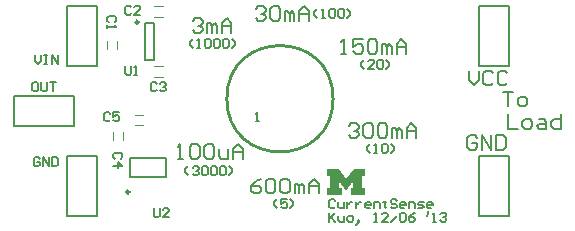
<source format=gto>
%FSLAX24Y24*%
%MOIN*%
G70*
G01*
G75*
G04 Layer_Color=65535*
%ADD10R,0.0512X0.0217*%
%ADD11R,0.0197X0.0354*%
%ADD12R,0.0354X0.0197*%
%ADD13O,0.0118X0.0650*%
%ADD14C,0.0120*%
%ADD15C,0.0150*%
%ADD16C,0.0200*%
%ADD17C,0.1102*%
%ADD18C,0.0591*%
%ADD19R,0.0591X0.0591*%
%ADD20R,0.0591X0.0591*%
%ADD21C,0.0661*%
%ADD22C,0.0400*%
%ADD23C,0.1500*%
%ADD24R,0.0551X0.0472*%
%ADD25R,0.0669X0.0433*%
%ADD26R,0.0450X0.0700*%
%ADD27R,0.1161X0.0661*%
%ADD28R,0.1161X0.3902*%
%ADD29R,0.0700X0.0450*%
%ADD30C,0.0098*%
%ADD31C,0.0100*%
%ADD32C,0.0079*%
%ADD33C,0.0039*%
%ADD34C,0.0050*%
%ADD35C,0.0080*%
G36*
X20428Y11817D02*
X20331D01*
Y11436D01*
X20428D01*
Y11183D01*
X19954D01*
Y11436D01*
X20050D01*
Y11664D01*
X19811Y11335D01*
X19795D01*
X19560Y11664D01*
Y11436D01*
X19656D01*
Y11183D01*
X19182D01*
Y11436D01*
X19275D01*
Y11817D01*
X19182D01*
Y12070D01*
X19558D01*
X19799Y11737D01*
X19811D01*
X20052Y12070D01*
X20428D01*
Y11817D01*
D02*
G37*
D30*
X12886Y16950D02*
G03*
X12886Y16950I-49J0D01*
G01*
X12580Y11293D02*
G03*
X12580Y11293I-49J0D01*
G01*
D31*
X19372Y14400D02*
G03*
X19372Y14400I-1772J0D01*
G01*
D32*
X13388Y15690D02*
Y16910D01*
X13112Y15690D02*
Y16910D01*
Y15690D02*
X13388D01*
X13112Y16910D02*
X13388D01*
X12600Y11775D02*
X13800D01*
X12600Y12425D02*
X13800D01*
X12600Y11775D02*
Y12425D01*
X13800Y11775D02*
Y12425D01*
D33*
X13412Y17133D02*
X13688D01*
X13412Y17477D02*
X13688D01*
X11833Y16062D02*
Y16338D01*
X12177Y16062D02*
Y16338D01*
X13412Y15133D02*
X13688D01*
X13412Y15477D02*
X13688D01*
X12762Y13867D02*
X13038D01*
X12762Y13523D02*
X13038D01*
X12033Y13012D02*
Y13288D01*
X12377Y13012D02*
Y13288D01*
D34*
X10500Y15500D02*
X11500D01*
X10500Y17500D02*
X11500D01*
X10500Y15500D02*
Y17500D01*
X11500Y15500D02*
Y17500D01*
X8750Y13500D02*
Y14500D01*
X10750Y13500D02*
Y14500D01*
X8750D02*
X10750D01*
X8750Y13500D02*
X10750D01*
X24250Y15500D02*
X25250D01*
X24250Y17500D02*
X25250D01*
X24250Y15500D02*
Y17500D01*
X25250Y15500D02*
Y17500D01*
X24250Y10500D02*
X25250D01*
X24250Y12500D02*
X25250D01*
X24250Y10500D02*
Y12500D01*
X25250Y10500D02*
Y12500D01*
X10500Y10500D02*
X11500D01*
X10500Y12500D02*
X11500D01*
X10500Y10500D02*
Y12500D01*
X11500Y10500D02*
Y12500D01*
X13400Y10750D02*
Y10500D01*
X13450Y10450D01*
X13550D01*
X13600Y10500D01*
Y10750D01*
X13900Y10450D02*
X13700D01*
X13900Y10650D01*
Y10700D01*
X13850Y10750D01*
X13750D01*
X13700Y10700D01*
X12450Y15500D02*
Y15250D01*
X12500Y15200D01*
X12600D01*
X12650Y15250D01*
Y15500D01*
X12750Y15200D02*
X12850D01*
X12800D01*
Y15500D01*
X12750Y15450D01*
X11950Y13900D02*
X11900Y13950D01*
X11800D01*
X11750Y13900D01*
Y13700D01*
X11800Y13650D01*
X11900D01*
X11950Y13700D01*
X12250Y13950D02*
X12050D01*
Y13800D01*
X12150Y13850D01*
X12200D01*
X12250Y13800D01*
Y13700D01*
X12200Y13650D01*
X12100D01*
X12050Y13700D01*
X12300Y12400D02*
X12350Y12450D01*
Y12550D01*
X12300Y12600D01*
X12100D01*
X12050Y12550D01*
Y12450D01*
X12100Y12400D01*
X12050Y12150D02*
X12350D01*
X12200Y12300D01*
Y12100D01*
X13500Y14900D02*
X13450Y14950D01*
X13350D01*
X13300Y14900D01*
Y14700D01*
X13350Y14650D01*
X13450D01*
X13500Y14700D01*
X13600Y14900D02*
X13650Y14950D01*
X13750D01*
X13800Y14900D01*
Y14850D01*
X13750Y14800D01*
X13700D01*
X13750D01*
X13800Y14750D01*
Y14700D01*
X13750Y14650D01*
X13650D01*
X13600Y14700D01*
X12650Y17450D02*
X12600Y17500D01*
X12500D01*
X12450Y17450D01*
Y17250D01*
X12500Y17200D01*
X12600D01*
X12650Y17250D01*
X12950Y17200D02*
X12750D01*
X12950Y17400D01*
Y17450D01*
X12900Y17500D01*
X12800D01*
X12750Y17450D01*
X12100Y16950D02*
X12150Y17000D01*
Y17100D01*
X12100Y17150D01*
X11900D01*
X11850Y17100D01*
Y17000D01*
X11900Y16950D01*
X11850Y16850D02*
Y16750D01*
Y16800D01*
X12150D01*
X12100Y16850D01*
X9450Y15850D02*
Y15650D01*
X9550Y15550D01*
X9650Y15650D01*
Y15850D01*
X9750D02*
X9850D01*
X9800D01*
Y15550D01*
X9750D01*
X9850D01*
X10000D02*
Y15850D01*
X10200Y15550D01*
Y15850D01*
X9600Y12400D02*
X9550Y12450D01*
X9450D01*
X9400Y12400D01*
Y12200D01*
X9450Y12150D01*
X9550D01*
X9600Y12200D01*
Y12300D01*
X9500D01*
X9700Y12150D02*
Y12450D01*
X9900Y12150D01*
Y12450D01*
X10000D02*
Y12150D01*
X10150D01*
X10200Y12200D01*
Y12400D01*
X10150Y12450D01*
X10000D01*
X9500Y14950D02*
X9400D01*
X9350Y14900D01*
Y14700D01*
X9400Y14650D01*
X9500D01*
X9550Y14700D01*
Y14900D01*
X9500Y14950D01*
X9650D02*
Y14700D01*
X9700Y14650D01*
X9800D01*
X9850Y14700D01*
Y14950D01*
X9950D02*
X10150D01*
X10050D01*
Y14650D01*
X19450Y11000D02*
X19400Y11050D01*
X19300D01*
X19250Y11000D01*
Y10800D01*
X19300Y10750D01*
X19400D01*
X19450Y10800D01*
X19550Y10950D02*
Y10800D01*
X19600Y10750D01*
X19750D01*
Y10950D01*
X19850D02*
Y10750D01*
Y10850D01*
X19900Y10900D01*
X19950Y10950D01*
X20000D01*
X20150D02*
Y10750D01*
Y10850D01*
X20200Y10900D01*
X20250Y10950D01*
X20300D01*
X20600Y10750D02*
X20500D01*
X20450Y10800D01*
Y10900D01*
X20500Y10950D01*
X20600D01*
X20650Y10900D01*
Y10850D01*
X20450D01*
X20750Y10750D02*
Y10950D01*
X20899D01*
X20949Y10900D01*
Y10750D01*
X21099Y11000D02*
Y10950D01*
X21049D01*
X21149D01*
X21099D01*
Y10800D01*
X21149Y10750D01*
X21499Y11000D02*
X21449Y11050D01*
X21349D01*
X21299Y11000D01*
Y10950D01*
X21349Y10900D01*
X21449D01*
X21499Y10850D01*
Y10800D01*
X21449Y10750D01*
X21349D01*
X21299Y10800D01*
X21749Y10750D02*
X21649D01*
X21599Y10800D01*
Y10900D01*
X21649Y10950D01*
X21749D01*
X21799Y10900D01*
Y10850D01*
X21599D01*
X21899Y10750D02*
Y10950D01*
X22049D01*
X22099Y10900D01*
Y10750D01*
X22199D02*
X22349D01*
X22399Y10800D01*
X22349Y10850D01*
X22249D01*
X22199Y10900D01*
X22249Y10950D01*
X22399D01*
X22649Y10750D02*
X22549D01*
X22499Y10800D01*
Y10900D01*
X22549Y10950D01*
X22649D01*
X22699Y10900D01*
Y10850D01*
X22499D01*
X19250Y10600D02*
Y10300D01*
Y10400D01*
X19450Y10600D01*
X19300Y10450D01*
X19450Y10300D01*
X19550Y10500D02*
Y10350D01*
X19600Y10300D01*
X19750D01*
Y10500D01*
X19900Y10300D02*
X20000D01*
X20050Y10350D01*
Y10450D01*
X20000Y10500D01*
X19900D01*
X19850Y10450D01*
Y10350D01*
X19900Y10300D01*
X20200Y10250D02*
X20250Y10300D01*
Y10350D01*
X20200D01*
Y10300D01*
X20250D01*
X20200Y10250D01*
X20150Y10200D01*
X20750Y10300D02*
X20849D01*
X20800D01*
Y10600D01*
X20750Y10550D01*
X21199Y10300D02*
X20999D01*
X21199Y10500D01*
Y10550D01*
X21149Y10600D01*
X21049D01*
X20999Y10550D01*
X21299Y10300D02*
X21499Y10500D01*
X21599Y10550D02*
X21649Y10600D01*
X21749D01*
X21799Y10550D01*
Y10350D01*
X21749Y10300D01*
X21649D01*
X21599Y10350D01*
Y10550D01*
X22099Y10600D02*
X21999Y10550D01*
X21899Y10450D01*
Y10350D01*
X21949Y10300D01*
X22049D01*
X22099Y10350D01*
Y10400D01*
X22049Y10450D01*
X21899D01*
X22549Y10650D02*
Y10550D01*
X22499Y10500D01*
X22699Y10300D02*
X22799D01*
X22749D01*
Y10600D01*
X22699Y10550D01*
X22949D02*
X22999Y10600D01*
X23099D01*
X23149Y10550D01*
Y10500D01*
X23099Y10450D01*
X23049D01*
X23099D01*
X23149Y10400D01*
Y10350D01*
X23099Y10300D01*
X22999D01*
X22949Y10350D01*
X14550Y11850D02*
X14450Y11950D01*
Y12050D01*
X14550Y12150D01*
X14700Y12100D02*
X14750Y12150D01*
X14850D01*
X14900Y12100D01*
Y12050D01*
X14850Y12000D01*
X14800D01*
X14850D01*
X14900Y11950D01*
Y11900D01*
X14850Y11850D01*
X14750D01*
X14700Y11900D01*
X15000Y12100D02*
X15050Y12150D01*
X15150D01*
X15200Y12100D01*
Y11900D01*
X15150Y11850D01*
X15050D01*
X15000Y11900D01*
Y12100D01*
X15300D02*
X15350Y12150D01*
X15450D01*
X15500Y12100D01*
Y11900D01*
X15450Y11850D01*
X15350D01*
X15300Y11900D01*
Y12100D01*
X15600D02*
X15650Y12150D01*
X15750D01*
X15800Y12100D01*
Y11900D01*
X15750Y11850D01*
X15650D01*
X15600Y11900D01*
Y12100D01*
X15900Y11850D02*
X15999Y11950D01*
Y12050D01*
X15900Y12150D01*
X14700Y16100D02*
X14600Y16200D01*
Y16300D01*
X14700Y16400D01*
X14850Y16100D02*
X14950D01*
X14900D01*
Y16400D01*
X14850Y16350D01*
X15100D02*
X15150Y16400D01*
X15250D01*
X15300Y16350D01*
Y16150D01*
X15250Y16100D01*
X15150D01*
X15100Y16150D01*
Y16350D01*
X15400D02*
X15450Y16400D01*
X15550D01*
X15600Y16350D01*
Y16150D01*
X15550Y16100D01*
X15450D01*
X15400Y16150D01*
Y16350D01*
X15700D02*
X15750Y16400D01*
X15850D01*
X15900Y16350D01*
Y16150D01*
X15850Y16100D01*
X15750D01*
X15700Y16150D01*
Y16350D01*
X16000Y16100D02*
X16100Y16200D01*
Y16300D01*
X16000Y16400D01*
X18850Y17100D02*
X18750Y17200D01*
Y17300D01*
X18850Y17400D01*
X19000Y17100D02*
X19100D01*
X19050D01*
Y17400D01*
X19000Y17350D01*
X19250D02*
X19300Y17400D01*
X19400D01*
X19450Y17350D01*
Y17150D01*
X19400Y17100D01*
X19300D01*
X19250Y17150D01*
Y17350D01*
X19550D02*
X19600Y17400D01*
X19700D01*
X19750Y17350D01*
Y17150D01*
X19700Y17100D01*
X19600D01*
X19550Y17150D01*
Y17350D01*
X19850Y17100D02*
X19950Y17200D01*
Y17300D01*
X19850Y17400D01*
X20400Y15400D02*
X20300Y15500D01*
Y15600D01*
X20400Y15700D01*
X20750Y15400D02*
X20550D01*
X20750Y15600D01*
Y15650D01*
X20700Y15700D01*
X20600D01*
X20550Y15650D01*
X20850D02*
X20900Y15700D01*
X21000D01*
X21050Y15650D01*
Y15450D01*
X21000Y15400D01*
X20900D01*
X20850Y15450D01*
Y15650D01*
X21150Y15400D02*
X21250Y15500D01*
Y15600D01*
X21150Y15700D01*
X20600Y12600D02*
X20500Y12700D01*
Y12800D01*
X20600Y12900D01*
X20750Y12600D02*
X20850D01*
X20800D01*
Y12900D01*
X20750Y12850D01*
X21000D02*
X21050Y12900D01*
X21150D01*
X21200Y12850D01*
Y12650D01*
X21150Y12600D01*
X21050D01*
X21000Y12650D01*
Y12850D01*
X21300Y12600D02*
X21400Y12700D01*
Y12800D01*
X21300Y12900D01*
X17500Y10750D02*
X17400Y10850D01*
Y10950D01*
X17500Y11050D01*
X17850D02*
X17650D01*
Y10900D01*
X17750Y10950D01*
X17800D01*
X17850Y10900D01*
Y10800D01*
X17800Y10750D01*
X17700D01*
X17650Y10800D01*
X17950Y10750D02*
X18050Y10850D01*
Y10950D01*
X17950Y11050D01*
X16800Y13650D02*
X16900D01*
X16850D01*
Y13950D01*
X16800Y13900D01*
D35*
X14200Y12400D02*
X14360D01*
X14280D01*
Y12880D01*
X14200Y12800D01*
X14600D02*
X14680Y12880D01*
X14840D01*
X14920Y12800D01*
Y12480D01*
X14840Y12400D01*
X14680D01*
X14600Y12480D01*
Y12800D01*
X15080D02*
X15160Y12880D01*
X15320D01*
X15400Y12800D01*
Y12480D01*
X15320Y12400D01*
X15160D01*
X15080Y12480D01*
Y12800D01*
X15560Y12720D02*
Y12480D01*
X15640Y12400D01*
X15879D01*
Y12720D01*
X16039Y12400D02*
Y12720D01*
X16199Y12880D01*
X16359Y12720D01*
Y12400D01*
Y12640D01*
X16039D01*
X14700Y17000D02*
X14780Y17080D01*
X14940D01*
X15020Y17000D01*
Y16920D01*
X14940Y16840D01*
X14860D01*
X14940D01*
X15020Y16760D01*
Y16680D01*
X14940Y16600D01*
X14780D01*
X14700Y16680D01*
X15180Y16600D02*
Y16920D01*
X15260D01*
X15340Y16840D01*
Y16600D01*
Y16840D01*
X15420Y16920D01*
X15500Y16840D01*
Y16600D01*
X15660D02*
Y16920D01*
X15820Y17080D01*
X15980Y16920D01*
Y16600D01*
Y16840D01*
X15660D01*
X16800Y17400D02*
X16880Y17480D01*
X17040D01*
X17120Y17400D01*
Y17320D01*
X17040Y17240D01*
X16960D01*
X17040D01*
X17120Y17160D01*
Y17080D01*
X17040Y17000D01*
X16880D01*
X16800Y17080D01*
X17280Y17400D02*
X17360Y17480D01*
X17520D01*
X17600Y17400D01*
Y17080D01*
X17520Y17000D01*
X17360D01*
X17280Y17080D01*
Y17400D01*
X17760Y17000D02*
Y17320D01*
X17840D01*
X17920Y17240D01*
Y17000D01*
Y17240D01*
X18000Y17320D01*
X18080Y17240D01*
Y17000D01*
X18240D02*
Y17320D01*
X18399Y17480D01*
X18559Y17320D01*
Y17000D01*
Y17240D01*
X18240D01*
X19650Y15900D02*
X19810D01*
X19730D01*
Y16380D01*
X19650Y16300D01*
X20370Y16380D02*
X20050D01*
Y16140D01*
X20210Y16220D01*
X20290D01*
X20370Y16140D01*
Y15980D01*
X20290Y15900D01*
X20130D01*
X20050Y15980D01*
X20530Y16300D02*
X20610Y16380D01*
X20770D01*
X20850Y16300D01*
Y15980D01*
X20770Y15900D01*
X20610D01*
X20530Y15980D01*
Y16300D01*
X21010Y15900D02*
Y16220D01*
X21090D01*
X21170Y16140D01*
Y15900D01*
Y16140D01*
X21249Y16220D01*
X21329Y16140D01*
Y15900D01*
X21489D02*
Y16220D01*
X21649Y16380D01*
X21809Y16220D01*
Y15900D01*
Y16140D01*
X21489D01*
X19900Y13500D02*
X19980Y13580D01*
X20140D01*
X20220Y13500D01*
Y13420D01*
X20140Y13340D01*
X20060D01*
X20140D01*
X20220Y13260D01*
Y13180D01*
X20140Y13100D01*
X19980D01*
X19900Y13180D01*
X20380Y13500D02*
X20460Y13580D01*
X20620D01*
X20700Y13500D01*
Y13180D01*
X20620Y13100D01*
X20460D01*
X20380Y13180D01*
Y13500D01*
X20860D02*
X20940Y13580D01*
X21100D01*
X21180Y13500D01*
Y13180D01*
X21100Y13100D01*
X20940D01*
X20860Y13180D01*
Y13500D01*
X21340Y13100D02*
Y13420D01*
X21420D01*
X21499Y13340D01*
Y13100D01*
Y13340D01*
X21579Y13420D01*
X21659Y13340D01*
Y13100D01*
X21819D02*
Y13420D01*
X21979Y13580D01*
X22139Y13420D01*
Y13100D01*
Y13340D01*
X21819D01*
X16970Y11730D02*
X16810Y11650D01*
X16650Y11490D01*
Y11330D01*
X16730Y11250D01*
X16890D01*
X16970Y11330D01*
Y11410D01*
X16890Y11490D01*
X16650D01*
X17130Y11650D02*
X17210Y11730D01*
X17370D01*
X17450Y11650D01*
Y11330D01*
X17370Y11250D01*
X17210D01*
X17130Y11330D01*
Y11650D01*
X17610D02*
X17690Y11730D01*
X17850D01*
X17930Y11650D01*
Y11330D01*
X17850Y11250D01*
X17690D01*
X17610Y11330D01*
Y11650D01*
X18090Y11250D02*
Y11570D01*
X18170D01*
X18249Y11490D01*
Y11250D01*
Y11490D01*
X18329Y11570D01*
X18409Y11490D01*
Y11250D01*
X18569D02*
Y11570D01*
X18729Y11730D01*
X18889Y11570D01*
Y11250D01*
Y11490D01*
X18569D01*
X23900Y15330D02*
Y15010D01*
X24060Y14850D01*
X24220Y15010D01*
Y15330D01*
X24700Y15250D02*
X24620Y15330D01*
X24460D01*
X24380Y15250D01*
Y14930D01*
X24460Y14850D01*
X24620D01*
X24700Y14930D01*
X25180Y15250D02*
X25100Y15330D01*
X24940D01*
X24860Y15250D01*
Y14930D01*
X24940Y14850D01*
X25100D01*
X25180Y14930D01*
X24170Y13100D02*
X24090Y13180D01*
X23930D01*
X23850Y13100D01*
Y12780D01*
X23930Y12700D01*
X24090D01*
X24170Y12780D01*
Y12940D01*
X24010D01*
X24330Y12700D02*
Y13180D01*
X24650Y12700D01*
Y13180D01*
X24810D02*
Y12700D01*
X25050D01*
X25130Y12780D01*
Y13100D01*
X25050Y13180D01*
X24810D01*
X25050Y14630D02*
X25370D01*
X25210D01*
Y14150D01*
X25610D02*
X25770D01*
X25850Y14230D01*
Y14390D01*
X25770Y14470D01*
X25610D01*
X25530Y14390D01*
Y14230D01*
X25610Y14150D01*
X25200Y13880D02*
Y13400D01*
X25520D01*
X25760D02*
X25920D01*
X26000Y13480D01*
Y13640D01*
X25920Y13720D01*
X25760D01*
X25680Y13640D01*
Y13480D01*
X25760Y13400D01*
X26240Y13720D02*
X26400D01*
X26480Y13640D01*
Y13400D01*
X26240D01*
X26160Y13480D01*
X26240Y13560D01*
X26480D01*
X26959Y13880D02*
Y13400D01*
X26720D01*
X26640Y13480D01*
Y13640D01*
X26720Y13720D01*
X26959D01*
M02*

</source>
